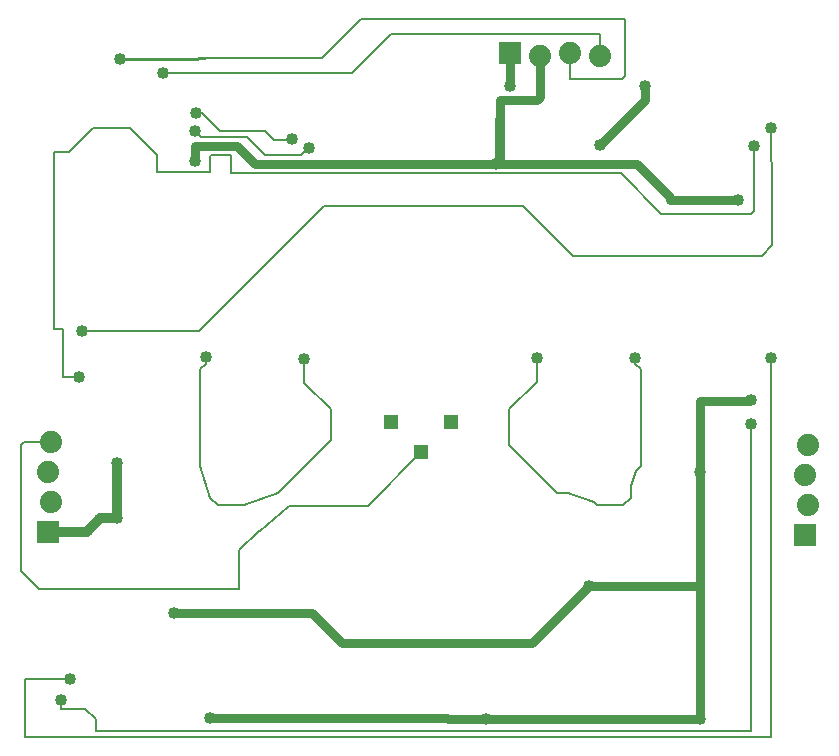
<source format=gbl>
G04 EAGLE Gerber RS-274X export*
G75*
%MOIN*%
%FSLAX36Y36*%
%LPD*%
%INBottom Copper Layer*%
%IPPOS*%
%AMOC8*
5,1,8,0,0,1.08239X$1,22.5*%
G01*
%ADD10R,0.074000X0.074000*%
%ADD11C,0.074000*%
%ADD12R,0.047622X0.047622*%
%ADD13C,0.040000*%
%ADD14C,0.006000*%
%ADD15C,0.030000*%
%ADD16C,0.032000*%
%ADD17C,0.010000*%


D10*
X1675000Y2610000D03*
D11*
X1775000Y2600000D03*
X1875000Y2610000D03*
X1975000Y2600000D03*
D12*
X1480000Y1380000D03*
X1380000Y1280000D03*
X1280000Y1380000D03*
D10*
X2660000Y1005000D03*
D11*
X2670000Y1105000D03*
X2660000Y1205000D03*
X2670000Y1305000D03*
D10*
X135000Y1015000D03*
D11*
X145000Y1115000D03*
X135000Y1215000D03*
X145000Y1315000D03*
D13*
X630000Y2410000D03*
D14*
X650000Y2410000D01*
X860000Y2350000D02*
X890000Y2320000D01*
X945000Y2320000D01*
X950000Y2325000D01*
D13*
X950000Y2325000D03*
D14*
X710000Y2350000D02*
X650000Y2410000D01*
X710000Y2350000D02*
X860000Y2350000D01*
D13*
X625000Y2350000D03*
D14*
X645000Y2330000D02*
X800000Y2330000D01*
X645000Y2330000D02*
X625000Y2350000D01*
X800000Y2330000D02*
X860000Y2270000D01*
X980000Y2270000D01*
X1005000Y2295000D01*
D13*
X1005000Y2295000D03*
D14*
X637901Y1685000D02*
X250000Y1685000D01*
X637901Y1685000D02*
X1054785Y2101884D01*
X1718116Y2101884D01*
D13*
X250000Y1685000D03*
X2545000Y2360000D03*
D14*
X2547500Y2357500D01*
X2545000Y2355000D01*
X2545000Y2250000D01*
X1885000Y1935000D02*
X1718116Y2101884D01*
X1885000Y1935000D02*
X2515000Y1935000D01*
X2550000Y1970000D01*
X2550000Y2245000D01*
X2545000Y2250000D01*
X155000Y2280000D02*
X155000Y1690000D01*
D13*
X240000Y1530000D03*
D14*
X185000Y1530000D01*
X745000Y2210000D02*
X745000Y2270000D01*
X745000Y2210000D02*
X2045000Y2210000D01*
D13*
X2490000Y2300000D03*
D14*
X185000Y1690000D02*
X185000Y1530000D01*
X185000Y1690000D02*
X155000Y1690000D01*
X285000Y2360000D02*
X410000Y2360000D01*
X500000Y2270000D01*
X2045000Y2210000D02*
X2180000Y2075000D01*
X2480000Y2075000D02*
X2490000Y2085000D01*
X2480000Y2075000D02*
X2180000Y2075000D01*
X2490000Y2085000D02*
X2490000Y2300000D01*
X285000Y2360000D02*
X205000Y2280000D01*
X155000Y2280000D01*
X680000Y2270000D02*
X745000Y2270000D01*
X680000Y2270000D02*
X675000Y2265000D01*
X675000Y2215000D01*
X500000Y2215000D01*
X500000Y2270000D01*
D15*
X1675000Y2500000D02*
X1675000Y2610000D01*
D13*
X1675000Y2500000D03*
X2125000Y2500000D03*
D15*
X2125000Y2455000D01*
X1975000Y2305000D01*
D13*
X1975000Y2305000D03*
X365000Y1060000D03*
X365000Y1245000D03*
D16*
X365000Y1060000D02*
X310000Y1060000D01*
X265000Y1015000D01*
X135000Y1015000D01*
X365000Y1060000D02*
X365000Y1245000D01*
D15*
X825000Y2240000D02*
X1630000Y2240000D01*
X1465000Y395000D02*
X1470000Y390000D01*
X1465000Y395000D02*
X675000Y395000D01*
X1470000Y390000D02*
X1595000Y390000D01*
X2310000Y390000D01*
D13*
X2310000Y1215000D03*
D15*
X2310000Y830000D01*
X2310000Y390000D01*
D13*
X1940000Y835000D03*
D15*
X2305000Y835000D01*
X2310000Y830000D01*
D13*
X555000Y745000D03*
D15*
X1014998Y745000D01*
X1115389Y644609D01*
X1749609Y644609D01*
X1940000Y835000D01*
X2100000Y2240000D02*
X1630000Y2240000D01*
D13*
X1630000Y2240000D03*
D15*
X1775000Y2465000D02*
X1775000Y2600000D01*
X1775000Y2465000D02*
X1765000Y2455000D01*
X1645000Y2455000D01*
X1642008Y2452008D01*
X1642008Y2387992D01*
D13*
X1595000Y390000D03*
X675000Y395000D03*
X2480000Y1455000D03*
D15*
X2475000Y1450000D01*
X2310000Y1450000D01*
X2310000Y1215000D01*
X2210000Y2130000D02*
X2100000Y2240000D01*
X2210000Y2130000D02*
X2210000Y2120000D01*
X2435000Y2120000D01*
D13*
X2435000Y2120000D03*
X625000Y2250000D03*
D15*
X625000Y2300000D01*
X765000Y2300000D01*
X825000Y2240000D01*
D13*
X2310000Y390000D03*
D16*
X1642008Y2252008D02*
X1642008Y2387992D01*
X1642008Y2252008D02*
X1630000Y2240000D01*
D14*
X1975000Y2675000D02*
X1280000Y2675000D01*
X1975000Y2675000D02*
X1975000Y2600000D01*
D13*
X520000Y2545000D03*
D14*
X1150000Y2545000D01*
X1280000Y2675000D01*
X1875000Y2610000D02*
X1875000Y2525000D01*
X2060000Y2725000D02*
X1180000Y2725000D01*
X2060000Y2725000D02*
X2060000Y2535000D01*
X2050000Y2525000D01*
X1875000Y2525000D01*
D13*
X375000Y2590000D03*
D17*
X637648Y2594110D02*
X657138Y2594110D01*
X637648Y2594110D02*
X633538Y2590000D01*
X375000Y2590000D01*
D14*
X657138Y2594110D02*
X1049110Y2594110D01*
X1180000Y2725000D01*
D13*
X661141Y1597028D03*
X987921Y1591261D03*
D14*
X642172Y1234826D02*
X676315Y1128509D01*
X676315Y1127787D01*
X701504Y1102598D01*
X788422Y1102598D02*
X900382Y1143350D01*
X642172Y1234826D02*
X642172Y1555805D01*
X701504Y1102598D02*
X788422Y1102598D01*
X661141Y1574774D02*
X661141Y1597028D01*
X661141Y1574774D02*
X642172Y1555805D01*
X987921Y1591261D02*
X987921Y1511406D01*
X1077055Y1422273D01*
X1077055Y1320023D02*
X900382Y1143350D01*
X1077055Y1320023D02*
X1077055Y1422273D01*
D13*
X2093397Y1594993D03*
D14*
X2094017Y1217236D02*
X2077465Y1165692D01*
X2077465Y1127787D01*
X2052276Y1102598D01*
X1965358Y1102598D02*
X1954772Y1113184D01*
X1867546Y1144933D01*
X1831814Y1144933D01*
X2111607Y1234826D02*
X2111607Y1555805D01*
X2111607Y1234826D02*
X2094017Y1217236D01*
X2052276Y1102598D02*
X1965358Y1102598D01*
X2093397Y1574015D02*
X2093397Y1594993D01*
X2093397Y1574015D02*
X2111607Y1555805D01*
X1831814Y1144933D02*
X1672945Y1303803D01*
X1672945Y1422273D01*
X1765000Y1514328D01*
X1765000Y1595000D01*
X1764609Y1595000D01*
X1764259Y1594650D01*
D13*
X1764259Y1594650D03*
X210000Y525000D03*
X2545000Y1595000D03*
D14*
X2545000Y330000D01*
X60000Y330000D02*
X60000Y525000D01*
X210000Y525000D01*
X60000Y330000D02*
X2545000Y330000D01*
D13*
X2480000Y1375000D03*
D14*
X2480000Y350000D01*
D13*
X180000Y455000D03*
D14*
X295000Y390000D02*
X295000Y350000D01*
X295000Y390000D02*
X260000Y425000D01*
X180000Y425000D01*
X180000Y455000D01*
X295000Y350000D02*
X2480000Y350000D01*
X940264Y1101444D02*
X936382Y1097563D01*
X841159Y1017661D01*
X837670Y1017661D01*
X772481Y952473D01*
X940264Y1101444D02*
X1201444Y1101444D01*
X772481Y952473D02*
X772481Y825000D01*
X105000Y825000D01*
X1201444Y1101444D02*
X1380000Y1280000D01*
X45000Y1305000D02*
X45000Y885000D01*
X45000Y1305000D02*
X55000Y1315000D01*
X145000Y1315000D01*
X45000Y885000D02*
X105000Y825000D01*
M02*

</source>
